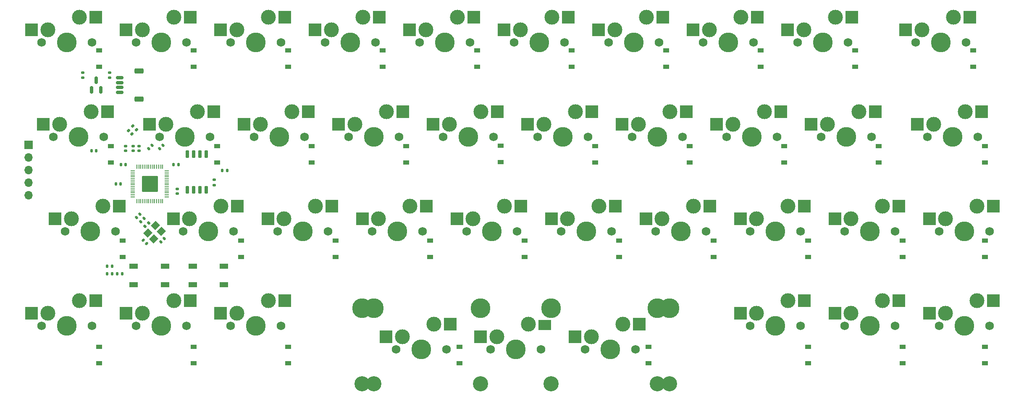
<source format=gbs>
%TF.GenerationSoftware,KiCad,Pcbnew,7.0.6*%
%TF.CreationDate,2023-07-31T23:10:21-04:00*%
%TF.ProjectId,cutiepie2040-hotswap,63757469-6570-4696-9532-3034302d686f,rev?*%
%TF.SameCoordinates,PX2d6b3a0PY6f46b48*%
%TF.FileFunction,Soldermask,Bot*%
%TF.FilePolarity,Negative*%
%FSLAX46Y46*%
G04 Gerber Fmt 4.6, Leading zero omitted, Abs format (unit mm)*
G04 Created by KiCad (PCBNEW 7.0.6) date 2023-07-31 23:10:21*
%MOMM*%
%LPD*%
G01*
G04 APERTURE LIST*
G04 Aperture macros list*
%AMRoundRect*
0 Rectangle with rounded corners*
0 $1 Rounding radius*
0 $2 $3 $4 $5 $6 $7 $8 $9 X,Y pos of 4 corners*
0 Add a 4 corners polygon primitive as box body*
4,1,4,$2,$3,$4,$5,$6,$7,$8,$9,$2,$3,0*
0 Add four circle primitives for the rounded corners*
1,1,$1+$1,$2,$3*
1,1,$1+$1,$4,$5*
1,1,$1+$1,$6,$7*
1,1,$1+$1,$8,$9*
0 Add four rect primitives between the rounded corners*
20,1,$1+$1,$2,$3,$4,$5,0*
20,1,$1+$1,$4,$5,$6,$7,0*
20,1,$1+$1,$6,$7,$8,$9,0*
20,1,$1+$1,$8,$9,$2,$3,0*%
%AMRotRect*
0 Rectangle, with rotation*
0 The origin of the aperture is its center*
0 $1 length*
0 $2 width*
0 $3 Rotation angle, in degrees counterclockwise*
0 Add horizontal line*
21,1,$1,$2,0,0,$3*%
G04 Aperture macros list end*
%ADD10C,1.750000*%
%ADD11C,3.000000*%
%ADD12C,3.987800*%
%ADD13R,2.550000X2.500000*%
%ADD14RoundRect,0.140000X0.021213X-0.219203X0.219203X-0.021213X-0.021213X0.219203X-0.219203X0.021213X0*%
%ADD15R,1.200000X0.900000*%
%ADD16R,1.700000X1.000000*%
%ADD17RoundRect,0.135000X0.035355X-0.226274X0.226274X-0.035355X-0.035355X0.226274X-0.226274X0.035355X0*%
%ADD18RoundRect,0.135000X-0.135000X-0.185000X0.135000X-0.185000X0.135000X0.185000X-0.135000X0.185000X0*%
%ADD19RoundRect,0.135000X0.185000X-0.135000X0.185000X0.135000X-0.185000X0.135000X-0.185000X-0.135000X0*%
%ADD20RoundRect,0.140000X0.170000X-0.140000X0.170000X0.140000X-0.170000X0.140000X-0.170000X-0.140000X0*%
%ADD21C,3.048000*%
%ADD22RoundRect,0.140000X-0.170000X0.140000X-0.170000X-0.140000X0.170000X-0.140000X0.170000X0.140000X0*%
%ADD23RoundRect,0.140000X0.140000X0.170000X-0.140000X0.170000X-0.140000X-0.170000X0.140000X-0.170000X0*%
%ADD24RoundRect,0.135000X-0.226274X-0.035355X-0.035355X-0.226274X0.226274X0.035355X0.035355X0.226274X0*%
%ADD25R,2.550000X2.150000*%
%ADD26RoundRect,0.140000X-0.021213X0.219203X-0.219203X0.021213X0.021213X-0.219203X0.219203X-0.021213X0*%
%ADD27RoundRect,0.140000X-0.140000X-0.170000X0.140000X-0.170000X0.140000X0.170000X-0.140000X0.170000X0*%
%ADD28RoundRect,0.150000X0.150000X-0.587500X0.150000X0.587500X-0.150000X0.587500X-0.150000X-0.587500X0*%
%ADD29RoundRect,0.150000X0.150000X-0.650000X0.150000X0.650000X-0.150000X0.650000X-0.150000X-0.650000X0*%
%ADD30RoundRect,0.050000X0.387500X0.050000X-0.387500X0.050000X-0.387500X-0.050000X0.387500X-0.050000X0*%
%ADD31RoundRect,0.050000X0.050000X0.387500X-0.050000X0.387500X-0.050000X-0.387500X0.050000X-0.387500X0*%
%ADD32RoundRect,0.144000X1.456000X1.456000X-1.456000X1.456000X-1.456000X-1.456000X1.456000X-1.456000X0*%
%ADD33R,1.700000X1.700000*%
%ADD34O,1.700000X1.700000*%
%ADD35RoundRect,0.140000X0.219203X0.021213X0.021213X0.219203X-0.219203X-0.021213X-0.021213X-0.219203X0*%
%ADD36RoundRect,0.150000X-0.625000X0.150000X-0.625000X-0.150000X0.625000X-0.150000X0.625000X0.150000X0*%
%ADD37RoundRect,0.229167X-0.670833X0.320833X-0.670833X-0.320833X0.670833X-0.320833X0.670833X0.320833X0*%
%ADD38RotRect,1.400000X1.200000X45.000000*%
G04 APERTURE END LIST*
D10*
%TO.C,MX35*%
X190817380Y71437794D03*
D11*
X188277380Y76517794D03*
D12*
X185737380Y71437794D03*
D11*
X181927380Y73977794D03*
D10*
X180657380Y71437794D03*
D13*
X178652380Y73977794D03*
X191579380Y76517794D03*
%TD*%
D14*
%TO.C,C_1V-Decoup2*%
X28235661Y49964622D03*
X28914483Y50643444D03*
%TD*%
D10*
%TO.C,MX4*%
X14604880Y14287794D03*
D11*
X12064880Y19367794D03*
D12*
X9524880Y14287794D03*
D11*
X5714880Y16827794D03*
D10*
X4444880Y14287794D03*
D13*
X2439880Y16827794D03*
X15366880Y19367794D03*
%TD*%
D10*
%TO.C,MX1*%
X14604880Y71437794D03*
D11*
X12064880Y76517794D03*
D12*
X9524880Y71437794D03*
D11*
X5714880Y73977794D03*
D10*
X4444880Y71437794D03*
D13*
X2439880Y73977794D03*
X15366880Y76517794D03*
%TD*%
D15*
%TO.C,D6*%
X39885891Y47165862D03*
X39885891Y50465862D03*
%TD*%
%TO.C,D14*%
X77985923Y47165862D03*
X77985923Y50465862D03*
%TD*%
D14*
%TO.C,C_Crystal1*%
X28491564Y31170477D03*
X29170386Y31849299D03*
%TD*%
D16*
%TO.C,SW2*%
X23043816Y22507874D03*
X29343816Y22507874D03*
X23043816Y26307874D03*
X29343816Y26307874D03*
%TD*%
D10*
%TO.C,MX22*%
X119379880Y33337794D03*
D11*
X116839880Y38417794D03*
D12*
X114299880Y33337794D03*
D11*
X110489880Y35877794D03*
D10*
X109219880Y33337794D03*
D13*
X107214880Y35877794D03*
X120141880Y38417794D03*
%TD*%
D15*
%TO.C,D37*%
X194667271Y28115846D03*
X194667271Y31415846D03*
%TD*%
D17*
%TO.C,R_Crystal1*%
X25313221Y34306394D03*
X26034469Y35027642D03*
%TD*%
D10*
%TO.C,MX17*%
X95567380Y52387794D03*
D11*
X93027380Y57467794D03*
D12*
X90487380Y52387794D03*
D11*
X86677380Y54927794D03*
D10*
X85407380Y52387794D03*
D13*
X83402380Y54927794D03*
X96329380Y57467794D03*
%TD*%
D10*
%TO.C,MX2*%
X16986130Y52387794D03*
D11*
X14446130Y57467794D03*
D12*
X11906130Y52387794D03*
D11*
X8096130Y54927794D03*
D10*
X6826130Y52387794D03*
D13*
X4821130Y54927794D03*
X17748130Y57467794D03*
%TD*%
D10*
%TO.C,MX11*%
X62229880Y33337794D03*
D11*
X59689880Y38417794D03*
D12*
X57149880Y33337794D03*
D11*
X53339880Y35877794D03*
D10*
X52069880Y33337794D03*
D13*
X50064880Y35877794D03*
X62991880Y38417794D03*
%TD*%
D18*
%TO.C,R_Flash2*%
X17647076Y24705531D03*
X18667076Y24705531D03*
%TD*%
D10*
%TO.C,MX10*%
X57467380Y52387794D03*
D11*
X54927380Y57467794D03*
D12*
X52387380Y52387794D03*
D11*
X48577380Y54927794D03*
D10*
X47307380Y52387794D03*
D13*
X45302380Y54927794D03*
X58229380Y57467794D03*
%TD*%
D10*
%TO.C,MX18*%
X100329880Y33337794D03*
D11*
X97789880Y38417794D03*
D12*
X95249880Y33337794D03*
D11*
X91439880Y35877794D03*
D10*
X90169880Y33337794D03*
D13*
X88164880Y35877794D03*
X101091880Y38417794D03*
%TD*%
D15*
%TO.C,D17*%
X97035939Y47301801D03*
X97035939Y50601801D03*
%TD*%
D10*
%TO.C,MX30*%
X157479880Y14287794D03*
D11*
X154939880Y19367794D03*
D12*
X152399880Y14287794D03*
D11*
X148589880Y16827794D03*
D10*
X147319880Y14287794D03*
D13*
X145314880Y16827794D03*
X158241880Y19367794D03*
%TD*%
D19*
%TO.C,R_Flash1*%
X39290724Y42650265D03*
X39290724Y43670265D03*
%TD*%
D16*
%TO.C,SW1*%
X34950096Y22507874D03*
X41250096Y22507874D03*
X34950096Y26307874D03*
X41250096Y26307874D03*
%TD*%
D18*
%TO.C,R_Flash3*%
X19730676Y24705531D03*
X20750676Y24705531D03*
%TD*%
D15*
%TO.C,D8*%
X35123387Y6684578D03*
X35123387Y9984578D03*
%TD*%
%TO.C,D20*%
X111323718Y66513453D03*
X111323718Y69813453D03*
%TD*%
%TO.C,D15*%
X82748427Y28115846D03*
X82748427Y31415846D03*
%TD*%
%TO.C,D31*%
X168473499Y66513453D03*
X168473499Y69813453D03*
%TD*%
D20*
%TO.C,C_3V-Decoup2*%
X21431304Y49526376D03*
X21431304Y50486376D03*
%TD*%
D21*
%TO.C,MX23*%
X131000380Y2540024D03*
D12*
X131000380Y17780024D03*
D10*
X124142380Y9525024D03*
D11*
X121602380Y14605024D03*
D12*
X119062380Y9525024D03*
D11*
X115252380Y12065024D03*
D10*
X113982380Y9525024D03*
D21*
X107124380Y2540024D03*
D12*
X107124380Y17780024D03*
D13*
X111977380Y12065024D03*
X124904380Y14605024D03*
%TD*%
D15*
%TO.C,D13*%
X73223622Y66513453D03*
X73223622Y69813453D03*
%TD*%
%TO.C,D23*%
X126801589Y6684578D03*
X126801589Y9984578D03*
%TD*%
D10*
%TO.C,MX33*%
X176529880Y33337794D03*
D11*
X173989880Y38417794D03*
D12*
X171449880Y33337794D03*
D11*
X167639880Y35877794D03*
D10*
X166369880Y33337794D03*
D13*
X164364880Y35877794D03*
X177291880Y38417794D03*
%TD*%
D20*
%TO.C,C_3V-Decoup7*%
X22919589Y49526376D03*
X22919589Y50486376D03*
%TD*%
D15*
%TO.C,D32*%
X173236003Y47165862D03*
X173236003Y50465862D03*
%TD*%
%TO.C,D4*%
X16073371Y6684578D03*
X16073371Y9984578D03*
%TD*%
D10*
%TO.C,MX13*%
X71754880Y71437794D03*
D11*
X69214880Y76517794D03*
D12*
X66674880Y71437794D03*
D11*
X62864880Y73977794D03*
D10*
X61594880Y71437794D03*
D13*
X59589880Y73977794D03*
X72516880Y76517794D03*
%TD*%
D22*
%TO.C,C_3V-Decoup9*%
X31849299Y41854323D03*
X31849299Y40894323D03*
%TD*%
D23*
%TO.C,C_3V-Decoup4*%
X20423019Y42862608D03*
X19463019Y42862608D03*
%TD*%
D15*
%TO.C,D26*%
X139898475Y28115846D03*
X139898475Y31415846D03*
%TD*%
D10*
%TO.C,MX29*%
X157479880Y33337794D03*
D11*
X154939880Y38417794D03*
D12*
X152399880Y33337794D03*
D11*
X148589880Y35877794D03*
D10*
X147319880Y33337794D03*
D13*
X145314880Y35877794D03*
X158241880Y38417794D03*
%TD*%
D15*
%TO.C,D28*%
X154185987Y47165862D03*
X154185987Y50465862D03*
%TD*%
D10*
%TO.C,MX15*%
X81279880Y33337794D03*
D11*
X78739880Y38417794D03*
D12*
X76199880Y33337794D03*
D11*
X72389880Y35877794D03*
D10*
X71119880Y33337794D03*
D13*
X69114880Y35877794D03*
X82041880Y38417794D03*
%TD*%
D24*
%TO.C,R_DATA1*%
X22856622Y54534198D03*
X23577870Y53812950D03*
%TD*%
D21*
%TO.C,MX39*%
X128587380Y2540024D03*
D12*
X128587380Y17780024D03*
D10*
X105092380Y9525024D03*
D11*
X102552380Y14605024D03*
D12*
X100012380Y9525024D03*
D11*
X96202380Y12065024D03*
D10*
X94932380Y9525024D03*
D21*
X71437380Y2540024D03*
D12*
X71437380Y17780024D03*
D13*
X92927380Y12065024D03*
D25*
X105854380Y14430024D03*
%TD*%
D10*
%TO.C,MX14*%
X76517380Y52387794D03*
D11*
X73977380Y57467794D03*
D12*
X71437380Y52387794D03*
D11*
X67627380Y54927794D03*
D10*
X66357380Y52387794D03*
D13*
X64352380Y54927794D03*
X77279380Y57467794D03*
%TD*%
D10*
%TO.C,MX16*%
X90804880Y71437794D03*
D11*
X88264880Y76517794D03*
D12*
X85724880Y71437794D03*
D11*
X81914880Y73977794D03*
D10*
X80644880Y71437794D03*
D13*
X78639880Y73977794D03*
X91566880Y76517794D03*
%TD*%
D10*
%TO.C,MX5*%
X33654880Y71437794D03*
D11*
X31114880Y76517794D03*
D12*
X28574880Y71437794D03*
D11*
X24764880Y73977794D03*
D10*
X23494880Y71437794D03*
D13*
X21489880Y73977794D03*
X34416880Y76517794D03*
%TD*%
D26*
%TO.C,C_3V-Decoup8*%
X25120286Y35899399D03*
X24441464Y35220577D03*
%TD*%
D10*
%TO.C,MX24*%
X128904880Y71437794D03*
D11*
X126364880Y76517794D03*
D12*
X123824880Y71437794D03*
D11*
X120014880Y73977794D03*
D10*
X118744880Y71437794D03*
D13*
X116739880Y73977794D03*
X129666880Y76517794D03*
%TD*%
D27*
%TO.C,C_Flash1*%
X40894323Y45541521D03*
X41854323Y45541521D03*
%TD*%
D10*
%TO.C,MX21*%
X114617380Y52387794D03*
D11*
X112077380Y57467794D03*
D12*
X109537380Y52387794D03*
D11*
X105727380Y54927794D03*
D10*
X104457380Y52387794D03*
D13*
X102452380Y54927794D03*
X115379380Y57467794D03*
%TD*%
D10*
%TO.C,MX32*%
X171767380Y52387794D03*
D11*
X169227380Y57467794D03*
D12*
X166687380Y52387794D03*
D11*
X162877380Y54927794D03*
D10*
X161607380Y52387794D03*
D13*
X159602380Y54927794D03*
X172529380Y57467794D03*
%TD*%
D10*
%TO.C,MX38*%
X195579880Y14287794D03*
D11*
X193039880Y19367794D03*
D12*
X190499880Y14287794D03*
D11*
X186689880Y16827794D03*
D10*
X185419880Y14287794D03*
D13*
X183414880Y16827794D03*
X196341880Y19367794D03*
%TD*%
D15*
%TO.C,D10*%
X58935907Y47165862D03*
X58935907Y50465862D03*
%TD*%
D10*
%TO.C,MX20*%
X109854880Y71437794D03*
D11*
X107314880Y76517794D03*
D12*
X104774880Y71437794D03*
D11*
X100964880Y73977794D03*
D10*
X99694880Y71437794D03*
D13*
X97689880Y73977794D03*
X110616880Y76517794D03*
%TD*%
D15*
%TO.C,D35*%
X192286019Y66513453D03*
X192286019Y69813453D03*
%TD*%
D10*
%TO.C,MX6*%
X38417380Y52387794D03*
D11*
X35877380Y57467794D03*
D12*
X33337380Y52387794D03*
D11*
X29527380Y54927794D03*
D10*
X28257380Y52387794D03*
D13*
X26252380Y54927794D03*
X39179380Y57467794D03*
%TD*%
D15*
%TO.C,D38*%
X194667271Y6684578D03*
X194667271Y9984578D03*
%TD*%
%TO.C,D19*%
X88701557Y6684578D03*
X88701557Y9984578D03*
%TD*%
D28*
%TO.C,U3*%
X16428164Y61868127D03*
X14528164Y61868127D03*
X15478164Y63743127D03*
%TD*%
D10*
%TO.C,MX36*%
X193198630Y52387794D03*
D11*
X190658630Y57467794D03*
D12*
X188118630Y52387794D03*
D11*
X184308630Y54927794D03*
D10*
X183038630Y52387794D03*
D13*
X181033630Y54927794D03*
X193960630Y57467794D03*
%TD*%
D15*
%TO.C,D25*%
X135135971Y47165862D03*
X135135971Y50465862D03*
%TD*%
D10*
%TO.C,MX37*%
X195579880Y33337794D03*
D11*
X193039880Y38417794D03*
D12*
X190499880Y33337794D03*
D11*
X186689880Y35877794D03*
D10*
X185419880Y33337794D03*
D13*
X183414880Y35877794D03*
X196341880Y38417794D03*
%TD*%
D10*
%TO.C,MX8*%
X33654880Y14287794D03*
D11*
X31114880Y19367794D03*
D12*
X28574880Y14287794D03*
D11*
X24764880Y16827794D03*
D10*
X23494880Y14287794D03*
D13*
X21489880Y16827794D03*
X34416880Y19367794D03*
%TD*%
D15*
%TO.C,D11*%
X63698411Y28115846D03*
X63698411Y31415846D03*
%TD*%
D26*
%TO.C,C_1V-Decoup3*%
X24278385Y36741300D03*
X23599563Y36062478D03*
%TD*%
D10*
%TO.C,MX26*%
X138429880Y33337794D03*
D11*
X135889880Y38417794D03*
D12*
X133349880Y33337794D03*
D11*
X129539880Y35877794D03*
D10*
X128269880Y33337794D03*
D13*
X126264880Y35877794D03*
X139191880Y38417794D03*
%TD*%
D15*
%TO.C,D18*%
X101798443Y28115846D03*
X101798443Y31415846D03*
%TD*%
D10*
%TO.C,MX9*%
X52704880Y71437794D03*
D11*
X50164880Y76517794D03*
D12*
X47624880Y71437794D03*
D11*
X43814880Y73977794D03*
D10*
X42544880Y71437794D03*
D13*
X40539880Y73977794D03*
X53466880Y76517794D03*
%TD*%
D15*
%TO.C,D34*%
X177998507Y6684578D03*
X177998507Y9984578D03*
%TD*%
%TO.C,D2*%
X18454623Y47165862D03*
X18454623Y50465862D03*
%TD*%
%TO.C,D3*%
X20835875Y28115846D03*
X20835875Y31415846D03*
%TD*%
%TO.C,D29*%
X158948491Y28115846D03*
X158948491Y31415846D03*
%TD*%
%TO.C,D16*%
X92273670Y66513453D03*
X92273670Y69813453D03*
%TD*%
D27*
%TO.C,C_3V-Decoup6*%
X31071642Y46732149D03*
X32031642Y46732149D03*
%TD*%
D15*
%TO.C,D30*%
X158948491Y6684578D03*
X158948491Y9984578D03*
%TD*%
%TO.C,D1*%
X16073478Y66513453D03*
X16073478Y69813453D03*
%TD*%
D23*
%TO.C,C_3V-Decoup1*%
X15478164Y49526376D03*
X14518164Y49526376D03*
%TD*%
D20*
%TO.C,C_LD1*%
X18157077Y64305627D03*
X18157077Y65265627D03*
%TD*%
D10*
%TO.C,MX7*%
X43179880Y33337794D03*
D11*
X40639880Y38417794D03*
D12*
X38099880Y33337794D03*
D11*
X34289880Y35877794D03*
D10*
X33019880Y33337794D03*
D13*
X31014880Y35877794D03*
X43941880Y38417794D03*
%TD*%
D18*
%TO.C,R_RST1*%
X17647077Y26307874D03*
X18667077Y26307874D03*
%TD*%
D10*
%TO.C,MX12*%
X52704880Y14287794D03*
D11*
X50164880Y19367794D03*
D12*
X47624880Y14287794D03*
D11*
X43814880Y16827794D03*
D10*
X42544880Y14287794D03*
D13*
X40539880Y16827794D03*
X53466880Y19367794D03*
%TD*%
D10*
%TO.C,MX3*%
X19367380Y33337794D03*
D11*
X16827380Y38417794D03*
D12*
X14287380Y33337794D03*
D11*
X10477380Y35877794D03*
D10*
X9207380Y33337794D03*
D13*
X7202380Y35877794D03*
X20129380Y38417794D03*
%TD*%
D29*
%TO.C,U2*%
X37623700Y41643984D03*
X36353700Y41643984D03*
X35083700Y41643984D03*
X33813700Y41643984D03*
X33813700Y48843984D03*
X35083700Y48843984D03*
X36353700Y48843984D03*
X37623700Y48843984D03*
%TD*%
D15*
%TO.C,D33*%
X177998507Y28115846D03*
X177998507Y31415846D03*
%TD*%
%TO.C,D36*%
X194667271Y47165862D03*
X194667271Y50465862D03*
%TD*%
%TO.C,D7*%
X44648395Y28115846D03*
X44648395Y31415846D03*
%TD*%
%TO.C,D12*%
X54173403Y6684578D03*
X54173403Y9984578D03*
%TD*%
D20*
%TO.C,C_1V-Decoup1*%
X24110217Y49526376D03*
X24110217Y50486376D03*
%TD*%
D14*
%TO.C,C_3V-Decoup3*%
X26078189Y49964622D03*
X26757011Y50643444D03*
%TD*%
D10*
%TO.C,MX27*%
X147954880Y71437794D03*
D11*
X145414880Y76517794D03*
D12*
X142874880Y71437794D03*
D11*
X139064880Y73977794D03*
D10*
X137794880Y71437794D03*
D13*
X135789880Y73977794D03*
X148716880Y76517794D03*
%TD*%
D15*
%TO.C,D22*%
X120848459Y28115846D03*
X120848459Y31415846D03*
%TD*%
D30*
%TO.C,U1*%
X29715688Y45462608D03*
X29715688Y45062608D03*
X29715688Y44662608D03*
X29715688Y44262608D03*
X29715688Y43862608D03*
X29715688Y43462608D03*
X29715688Y43062608D03*
X29715688Y42662608D03*
X29715688Y42262608D03*
X29715688Y41862608D03*
X29715688Y41462608D03*
X29715688Y41062608D03*
X29715688Y40662608D03*
X29715688Y40262608D03*
D31*
X28878188Y39425108D03*
X28478188Y39425108D03*
X28078188Y39425108D03*
X27678188Y39425108D03*
X27278188Y39425108D03*
X26878188Y39425108D03*
X26478188Y39425108D03*
X26078188Y39425108D03*
X25678188Y39425108D03*
X25278188Y39425108D03*
X24878188Y39425108D03*
X24478188Y39425108D03*
X24078188Y39425108D03*
X23678188Y39425108D03*
D30*
X22840688Y40262608D03*
X22840688Y40662608D03*
X22840688Y41062608D03*
X22840688Y41462608D03*
X22840688Y41862608D03*
X22840688Y42262608D03*
X22840688Y42662608D03*
X22840688Y43062608D03*
X22840688Y43462608D03*
X22840688Y43862608D03*
X22840688Y44262608D03*
X22840688Y44662608D03*
X22840688Y45062608D03*
X22840688Y45462608D03*
D31*
X23678188Y46300108D03*
X24078188Y46300108D03*
X24478188Y46300108D03*
X24878188Y46300108D03*
X25278188Y46300108D03*
X25678188Y46300108D03*
X26078188Y46300108D03*
X26478188Y46300108D03*
X26878188Y46300108D03*
X27278188Y46300108D03*
X27678188Y46300108D03*
X28078188Y46300108D03*
X28478188Y46300108D03*
X28878188Y46300108D03*
D32*
X26278188Y42862608D03*
%TD*%
D33*
%TO.C,J2*%
X1849880Y50712794D03*
D34*
X1849880Y48172794D03*
X1849880Y45632794D03*
X1849880Y43092794D03*
X1849880Y40552794D03*
%TD*%
D15*
%TO.C,D27*%
X149423483Y66513453D03*
X149423483Y69813453D03*
%TD*%
D35*
%TO.C,C_Crystal2*%
X25673845Y30878463D03*
X24995023Y31557285D03*
%TD*%
D10*
%TO.C,MX28*%
X152717380Y52387794D03*
D11*
X150177380Y57467794D03*
D12*
X147637380Y52387794D03*
D11*
X143827380Y54927794D03*
D10*
X142557380Y52387794D03*
D13*
X140552380Y54927794D03*
X153479380Y57467794D03*
%TD*%
D10*
%TO.C,MX25*%
X133667380Y52387794D03*
D11*
X131127380Y57467794D03*
D12*
X128587380Y52387794D03*
D11*
X124777380Y54927794D03*
D10*
X123507380Y52387794D03*
D13*
X121502380Y54927794D03*
X134429380Y57467794D03*
%TD*%
D15*
%TO.C,D9*%
X54173574Y66513453D03*
X54173574Y69813453D03*
%TD*%
%TO.C,D24*%
X130373467Y66513453D03*
X130373467Y69813453D03*
%TD*%
D23*
%TO.C,C_3V-Decoup5*%
X21431304Y46732149D03*
X20471304Y46732149D03*
%TD*%
D24*
%TO.C,R_DATA2*%
X21963651Y53641227D03*
X22684899Y52919979D03*
%TD*%
D10*
%TO.C,MX34*%
X176529880Y14287794D03*
D11*
X173989880Y19367794D03*
D12*
X171449880Y14287794D03*
D11*
X167639880Y16827794D03*
D10*
X166369880Y14287794D03*
D13*
X164364880Y16827794D03*
X177291880Y19367794D03*
%TD*%
D20*
%TO.C,C_LD2*%
X12799251Y64305627D03*
X12799251Y65265627D03*
%TD*%
D36*
%TO.C,J1*%
X20249880Y64305627D03*
X20249880Y63305627D03*
X20249880Y62305627D03*
X20249880Y61305627D03*
D37*
X24124880Y65605627D03*
X24124880Y60005627D03*
%TD*%
D21*
%TO.C,MX19*%
X92900380Y2540294D03*
D12*
X92900380Y17780294D03*
D10*
X86042380Y9525294D03*
D11*
X83502380Y14605294D03*
D12*
X80962380Y9525294D03*
D11*
X77152380Y12065294D03*
D10*
X75882380Y9525294D03*
D21*
X69024380Y2540294D03*
D12*
X69024380Y17780294D03*
D13*
X73877380Y12065294D03*
X86804380Y14605294D03*
%TD*%
D15*
%TO.C,D21*%
X116085955Y47165862D03*
X116085955Y50465862D03*
%TD*%
D38*
%TO.C,Y1*%
X25849854Y32935374D03*
X27405489Y34491009D03*
X28607570Y33288928D03*
X27051935Y31733293D03*
%TD*%
D15*
%TO.C,D5*%
X35123526Y66513453D03*
X35123526Y69813453D03*
%TD*%
D10*
%TO.C,MX31*%
X167004880Y71437794D03*
D11*
X164464880Y76517794D03*
D12*
X161924880Y71437794D03*
D11*
X158114880Y73977794D03*
D10*
X156844880Y71437794D03*
D13*
X154839880Y73977794D03*
X167766880Y76517794D03*
%TD*%
M02*

</source>
